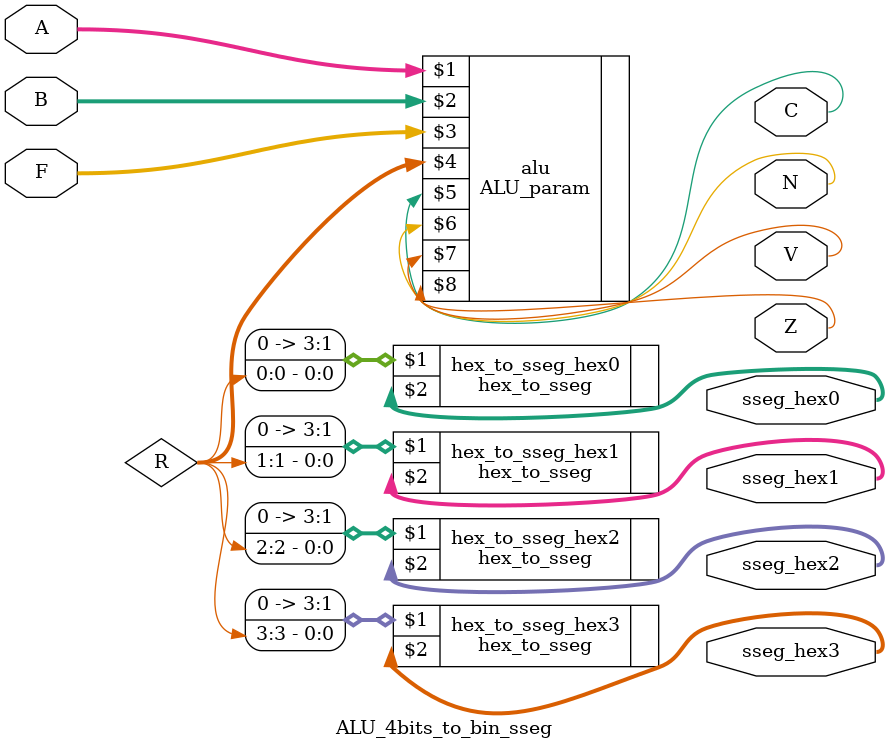
<source format=sv>
module ALU_4bits_to_bin_sseg
	# (parameter M = 4)
	  (A, B, F, /*R,*/ C, N, V, Z,
	  sseg_hex3, sseg_hex2, sseg_hex1, sseg_hex0);
	  
	input  [M-1:0] 	A; // Operand
	input  [M-1:0] 	B; // Operand
	input  [3:0]	   F; // Operation
	
	output				C; // Carry
	output				N; // Negative
	output				V; // Overflow
	output				Z; // Zero
	
	output [6:0] sseg_hex3;
	output [6:0] sseg_hex2;
	output [6:0] sseg_hex1;
	output [6:0] sseg_hex0;
	
	logic [M-1:0] R;
	
	// Instancia de la ALU
	
	ALU_param # (.M(M)) alu (A, B, F, R, C, N, V, Z);
	
	// Instancia del convertidor hex a sseg del 7 signal display HEX3
	hex_to_sseg hex_to_sseg_hex3 ({3'b000, R[3]}, sseg_hex3);
	
	// Instancia del convertidor hex a sseg del 7 signal display HEX2
	hex_to_sseg hex_to_sseg_hex2 ({3'b000, R[2]}, sseg_hex2);
	
	// Instancia del convertidor hex a sseg del 7 signal display HEX1
	hex_to_sseg hex_to_sseg_hex1 ({3'b000, R[1]}, sseg_hex1);
	
	// Instancia del convertidor hex a sseg del 7 signal display HEX0
	hex_to_sseg hex_to_sseg_hex0 ({3'b000, R[0]}, sseg_hex0);
	
endmodule
</source>
